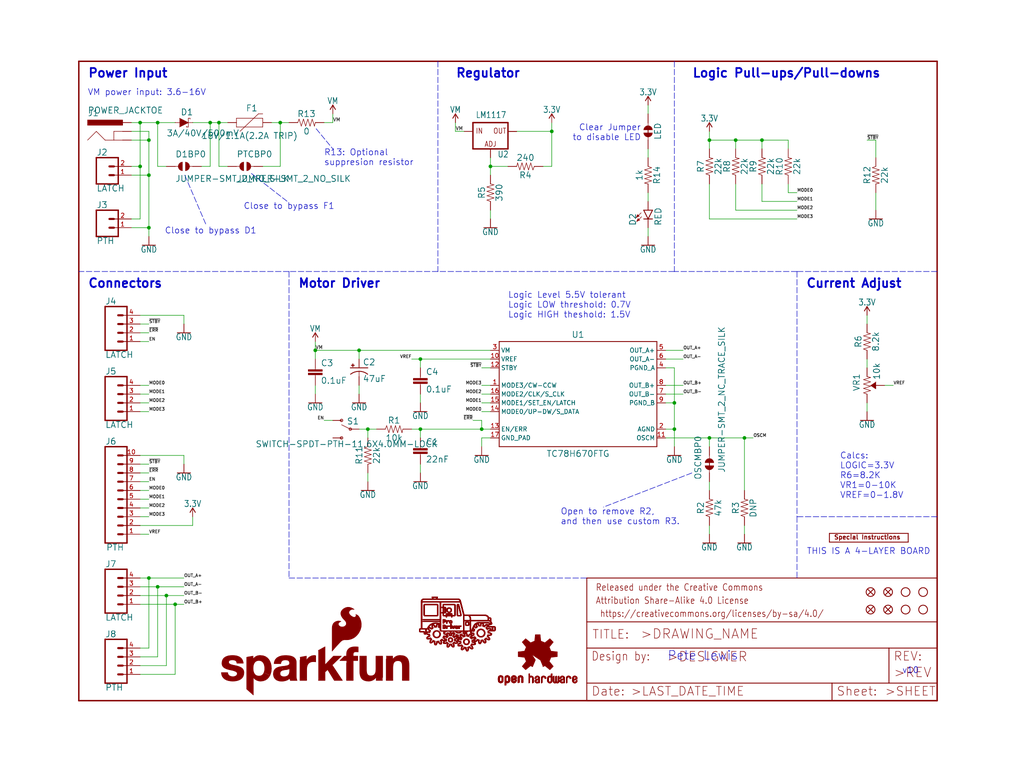
<source format=kicad_sch>
(kicad_sch (version 20211123) (generator eeschema)
  (paper "User" 297.002 223.926)
  (lib_symbols
    (symbol "schematicEagle-eagle-import:0.1UF-0603-25V-(+80{slash}-20%)"
      (property "Reference" "C" (at 1.524 2.921 0))
      (property "Value" "0.1UF-0603-25V-(+80{slash}-20%)" (at 1.524 -2.159 0))
      (symbol "0.1UF-0603-25V-(+80{slash}-20%)_1_0"
        (pin passive line (at 0 5.08 270) (length 2.54) (name "1") (number "1"))
        (pin passive line (at 0 -2.54 90) (length 2.54) (name "2") (number "2"))
      )
    )
    (symbol "schematicEagle-eagle-import:0OHM-0603-1{slash}10W-5%"
      (property "Reference" "R" (at 0 1.524 0))
      (property "Value" "0OHM-0603-1{slash}10W-5%" (at 0 -1.524 0))
      (symbol "0OHM-0603-1{slash}10W-5%_1_0"
        (pin passive line (at -5.08 0 0) (length 2.54) (name "1") (number "1"))
        (pin passive line (at 5.08 0 180) (length 2.54) (name "2") (number "2"))
      )
    )
    (symbol "schematicEagle-eagle-import:10KOHM-0603-1{slash}10W-1%"
      (property "Reference" "R" (at 0 1.524 0))
      (property "Value" "10KOHM-0603-1{slash}10W-1%" (at 0 -1.524 0))
      (symbol "10KOHM-0603-1{slash}10W-1%_1_0"
        (pin passive line (at -5.08 0 0) (length 2.54) (name "1") (number "1"))
        (pin passive line (at 5.08 0 180) (length 2.54) (name "2") (number "2"))
      )
    )
    (symbol "schematicEagle-eagle-import:1KOHM-0603-1{slash}10W-1%"
      (property "Reference" "R" (at 0 1.524 0))
      (property "Value" "1KOHM-0603-1{slash}10W-1%" (at 0 -1.524 0))
      (symbol "1KOHM-0603-1{slash}10W-1%_1_0"
        (pin passive line (at -5.08 0 0) (length 2.54) (name "1") (number "1"))
        (pin passive line (at 5.08 0 180) (length 2.54) (name "2") (number "2"))
      )
    )
    (symbol "schematicEagle-eagle-import:22KOHM-0603-1{slash}10W-1%"
      (property "Reference" "R" (at 0 1.524 0))
      (property "Value" "22KOHM-0603-1{slash}10W-1%" (at 0 -1.524 0))
      (symbol "22KOHM-0603-1{slash}10W-1%_1_0"
        (pin passive line (at -5.08 0 0) (length 2.54) (name "1") (number "1"))
        (pin passive line (at 5.08 0 180) (length 2.54) (name "2") (number "2"))
      )
    )
    (symbol "schematicEagle-eagle-import:22NF{slash}22,000PF-0603-50V-10%"
      (property "Reference" "C" (at 1.524 2.921 0))
      (property "Value" "22NF{slash}22,000PF-0603-50V-10%" (at 1.524 -2.159 0))
      (symbol "22NF{slash}22,000PF-0603-50V-10%_1_0"
        (pin passive line (at 0 5.08 270) (length 2.54) (name "1") (number "1"))
        (pin passive line (at 0 -2.54 90) (length 2.54) (name "2") (number "2"))
      )
    )
    (symbol "schematicEagle-eagle-import:240OHM-0603-1{slash}10W-1%"
      (property "Reference" "R" (at 0 1.524 0))
      (property "Value" "240OHM-0603-1{slash}10W-1%" (at 0 -1.524 0))
      (symbol "240OHM-0603-1{slash}10W-1%_1_0"
        (pin passive line (at -5.08 0 0) (length 2.54) (name "1") (number "1"))
        (pin passive line (at 5.08 0 180) (length 2.54) (name "2") (number "2"))
      )
    )
    (symbol "schematicEagle-eagle-import:3.3V" (power)
      (property "Value" "3.3V" (at 0 2.794 0))
      (symbol "3.3V_1_0"
        (pin power_in line (at 0 0 90) (length 2.54) (name "3.3V") (number "1"))
      )
    )
    (symbol "schematicEagle-eagle-import:390OHM-0603-1{slash}10W-1%"
      (property "Reference" "R" (at 0 1.524 0))
      (property "Value" "390OHM-0603-1{slash}10W-1%" (at 0 -1.524 0))
      (symbol "390OHM-0603-1{slash}10W-1%_1_0"
        (pin passive line (at -5.08 0 0) (length 2.54) (name "1") (number "1"))
        (pin passive line (at 5.08 0 180) (length 2.54) (name "2") (number "2"))
      )
    )
    (symbol "schematicEagle-eagle-import:47KOHM-0603-1{slash}10W-1%"
      (property "Reference" "R" (at 0 1.524 0))
      (property "Value" "47KOHM-0603-1{slash}10W-1%" (at 0 -1.524 0))
      (symbol "47KOHM-0603-1{slash}10W-1%_1_0"
        (pin passive line (at -5.08 0 0) (length 2.54) (name "1") (number "1"))
        (pin passive line (at 5.08 0 180) (length 2.54) (name "2") (number "2"))
      )
    )
    (symbol "schematicEagle-eagle-import:47UF-POLAR-PANASONIC_D-35V-20%"
      (property "Reference" "C" (at 1.016 0.635 0))
      (property "Value" "47UF-POLAR-PANASONIC_D-35V-20%" (at 1.016 -4.191 0))
      (symbol "47UF-POLAR-PANASONIC_D-35V-20%_1_0"
        (pin passive line (at 0 2.54 270) (length 2.54) (name "+") (number "+"))
        (pin passive line (at 0 -5.08 90) (length 2.54) (name "-") (number "-"))
      )
    )
    (symbol "schematicEagle-eagle-import:8.2KOHM-0603-1{slash}10W-5%"
      (property "Reference" "R" (at 0 1.524 0))
      (property "Value" "8.2KOHM-0603-1{slash}10W-5%" (at 0 -1.524 0))
      (symbol "8.2KOHM-0603-1{slash}10W-5%_1_0"
        (pin passive line (at -5.08 0 0) (length 2.54) (name "1") (number "1"))
        (pin passive line (at 5.08 0 180) (length 2.54) (name "2") (number "2"))
      )
    )
    (symbol "schematicEagle-eagle-import:CONN_021X02_NO_SILK"
      (property "Reference" "J" (at -2.54 5.588 0))
      (property "Value" "CONN_021X02_NO_SILK" (at -2.54 -4.826 0))
      (symbol "CONN_021X02_NO_SILK_1_0"
        (pin passive line (at 7.62 0 180) (length 5.08) (name "1") (number "1"))
        (pin passive line (at 7.62 2.54 180) (length 5.08) (name "2") (number "2"))
      )
    )
    (symbol "schematicEagle-eagle-import:CONN_02LATCH_2"
      (property "Reference" "J" (at -2.54 5.588 0))
      (property "Value" "CONN_02LATCH_2" (at -2.54 -4.826 0))
      (symbol "CONN_02LATCH_2_1_0"
        (pin passive line (at 7.62 0 180) (length 5.08) (name "1") (number "1"))
        (pin passive line (at 7.62 2.54 180) (length 5.08) (name "2") (number "2"))
      )
    )
    (symbol "schematicEagle-eagle-import:CONN_041X04_NO_SILK"
      (property "Reference" "J" (at -5.08 8.128 0))
      (property "Value" "CONN_041X04_NO_SILK" (at -5.08 -7.366 0))
      (symbol "CONN_041X04_NO_SILK_1_0"
        (pin passive line (at 5.08 -2.54 180) (length 5.08) (name "1") (number "1"))
        (pin passive line (at 5.08 0 180) (length 5.08) (name "2") (number "2"))
        (pin passive line (at 5.08 2.54 180) (length 5.08) (name "3") (number "3"))
        (pin passive line (at 5.08 5.08 180) (length 5.08) (name "4") (number "4"))
      )
    )
    (symbol "schematicEagle-eagle-import:CONN_04LATCH"
      (property "Reference" "J" (at -5.08 8.128 0))
      (property "Value" "CONN_04LATCH" (at -5.08 -7.366 0))
      (symbol "CONN_04LATCH_1_0"
        (pin passive line (at 5.08 -2.54 180) (length 5.08) (name "1") (number "1"))
        (pin passive line (at 5.08 0 180) (length 5.08) (name "2") (number "2"))
        (pin passive line (at 5.08 2.54 180) (length 5.08) (name "3") (number "3"))
        (pin passive line (at 5.08 5.08 180) (length 5.08) (name "4") (number "4"))
      )
    )
    (symbol "schematicEagle-eagle-import:CONN_10NO_SILK_PTH_FEMALE"
      (property "Reference" "J" (at 0 8.128 0))
      (property "Value" "CONN_10NO_SILK_PTH_FEMALE" (at 0 -22.606 0))
      (symbol "CONN_10NO_SILK_PTH_FEMALE_1_0"
        (pin passive line (at 10.16 -17.78 180) (length 5.08) (name "1") (number "1"))
        (pin passive line (at 10.16 5.08 180) (length 5.08) (name "10") (number "10"))
        (pin passive line (at 10.16 -15.24 180) (length 5.08) (name "2") (number "2"))
        (pin passive line (at 10.16 -12.7 180) (length 5.08) (name "3") (number "3"))
        (pin passive line (at 10.16 -10.16 180) (length 5.08) (name "4") (number "4"))
        (pin passive line (at 10.16 -7.62 180) (length 5.08) (name "5") (number "5"))
        (pin passive line (at 10.16 -5.08 180) (length 5.08) (name "6") (number "6"))
        (pin passive line (at 10.16 -2.54 180) (length 5.08) (name "7") (number "7"))
        (pin passive line (at 10.16 0 180) (length 5.08) (name "8") (number "8"))
        (pin passive line (at 10.16 2.54 180) (length 5.08) (name "9") (number "9"))
      )
    )
    (symbol "schematicEagle-eagle-import:DIODE-SCHOTTKY-B340A"
      (property "Reference" "D" (at -2.54 2.032 0))
      (property "Value" "DIODE-SCHOTTKY-B340A" (at -2.54 -2.032 0))
      (symbol "DIODE-SCHOTTKY-B340A_1_0"
        (pin passive line (at -2.54 0 0) (length 0) (name "A") (number "A"))
        (pin passive line (at 2.54 0 180) (length 0) (name "C") (number "C"))
      )
    )
    (symbol "schematicEagle-eagle-import:FIDUCIAL1X2")
    (symbol "schematicEagle-eagle-import:FRAME-LETTER"
      (symbol "FRAME-LETTER_2_0"
        (text " https://creativecommons.org/licenses/by-sa/4.0/" (at 2.54 24.13 0) (effects (font (size 1.9304 1.6408)) (justify left bottom)))
        (text ">DESIGNER" (at 23.114 11.176 0) (effects (font (size 2.7432 2.7432)) (justify left bottom)))
        (text ">DRAWING_NAME" (at 15.494 17.78 0) (effects (font (size 2.7432 2.7432)) (justify left bottom)))
        (text ">LAST_DATE_TIME" (at 12.7 1.27 0) (effects (font (size 2.54 2.54)) (justify left bottom)))
        (text ">REV" (at 88.9 6.604 0) (effects (font (size 2.7432 2.7432)) (justify left bottom)))
        (text ">SHEET" (at 86.36 1.27 0) (effects (font (size 2.54 2.54)) (justify left bottom)))
        (text "Attribution Share-Alike 4.0 License" (at 2.54 27.94 0) (effects (font (size 1.9304 1.6408)) (justify left bottom)))
        (text "Date:" (at 1.27 1.27 0) (effects (font (size 2.54 2.54)) (justify left bottom)))
        (text "Design by:" (at 1.27 11.43 0) (effects (font (size 2.54 2.159)) (justify left bottom)))
        (text "Released under the Creative Commons" (at 2.54 31.75 0) (effects (font (size 1.9304 1.6408)) (justify left bottom)))
        (text "REV:" (at 88.9 11.43 0) (effects (font (size 2.54 2.54)) (justify left bottom)))
        (text "Sheet:" (at 72.39 1.27 0) (effects (font (size 2.54 2.54)) (justify left bottom)))
        (text "TITLE:" (at 1.524 17.78 0) (effects (font (size 2.54 2.54)) (justify left bottom)))
      )
    )
    (symbol "schematicEagle-eagle-import:GND" (power)
      (property "Value" "GND" (at 0 -0.254 0))
      (symbol "GND_1_0"
        (pin power_in line (at 0 2.54 270) (length 2.54) (name "GND") (number "1"))
      )
    )
    (symbol "schematicEagle-eagle-import:JUMPER-SMT_2_NC_TRACE_SILK"
      (property "Reference" "JP" (at -2.54 2.54 0))
      (property "Value" "JUMPER-SMT_2_NC_TRACE_SILK" (at -2.54 -2.54 0))
      (symbol "JUMPER-SMT_2_NC_TRACE_SILK_1_0"
        (pin passive line (at -5.08 0 0) (length 2.54) (name "1") (number "1"))
        (pin passive line (at 5.08 0 180) (length 2.54) (name "2") (number "2"))
      )
    )
    (symbol "schematicEagle-eagle-import:JUMPER-SMT_2_NO_SILK"
      (property "Reference" "JP" (at -2.54 2.54 0))
      (property "Value" "JUMPER-SMT_2_NO_SILK" (at -2.54 -2.54 0))
      (symbol "JUMPER-SMT_2_NO_SILK_1_0"
        (pin passive line (at -5.08 0 0) (length 2.54) (name "1") (number "1"))
        (pin passive line (at 5.08 0 180) (length 2.54) (name "2") (number "2"))
      )
    )
    (symbol "schematicEagle-eagle-import:LED-RED0603"
      (property "Reference" "D" (at -3.429 -4.572 90))
      (property "Value" "LED-RED0603" (at 1.905 -4.572 90))
      (symbol "LED-RED0603_1_0"
        (pin passive line (at 0 2.54 270) (length 2.54) (name "A") (number "A"))
        (pin passive line (at 0 -5.08 90) (length 2.54) (name "C") (number "C"))
      )
    )
    (symbol "schematicEagle-eagle-import:OSHW-LOGOS")
    (symbol "schematicEagle-eagle-import:POWER_JACKTOE"
      (property "Reference" "J" (at -10.16 0 0))
      (property "Value" "POWER_JACKTOE" (at -10.16 10.16 0))
      (symbol "POWER_JACKTOE_1_0"
        (pin bidirectional line (at 2.54 5.08 180) (length 2.54) (name "GNDBREAK") (number "GND"))
        (pin bidirectional line (at 2.54 2.54 180) (length 2.54) (name "GND") (number "P$4"))
        (pin bidirectional line (at 2.54 7.62 180) (length 2.54) (name "PWR") (number "VIN0"))
      )
    )
    (symbol "schematicEagle-eagle-import:PPTC_16V_1.1A_(2.2ATRIP)"
      (property "Reference" "F" (at 1.905 3.175 0))
      (property "Value" "PPTC_16V_1.1A_(2.2ATRIP)" (at 1.27 -2.794 0))
      (symbol "PPTC_16V_1.1A_(2.2ATRIP)_1_0"
        (pin bidirectional line (at -5.08 0 0) (length 2.54) (name "1") (number "1"))
        (pin bidirectional line (at 7.62 0 180) (length 2.54) (name "2") (number "2"))
      )
    )
    (symbol "schematicEagle-eagle-import:PRODRIVER_LOGO")
    (symbol "schematicEagle-eagle-import:RESISTORAXIAL-0.3"
      (property "Reference" "R" (at 0 1.524 0))
      (property "Value" "RESISTORAXIAL-0.3" (at 0 -1.524 0))
      (symbol "RESISTORAXIAL-0.3_1_0"
        (pin passive line (at -5.08 0 0) (length 2.54) (name "1") (number "P$1"))
        (pin passive line (at 5.08 0 180) (length 2.54) (name "2") (number "P$2"))
      )
    )
    (symbol "schematicEagle-eagle-import:SFE_LOGO_NAME_FLAME.1_INCH")
    (symbol "schematicEagle-eagle-import:SPECIAL_INSTRUCTIONS-ORDERING"
      (symbol "SPECIAL_INSTRUCTIONS-ORDERING_1_0"
        (text "Special Instructions" (at 1.27 0.6985 0) (effects (font (size 1.27 1.27) (thickness 0.254) bold) (justify left bottom)))
      )
    )
    (symbol "schematicEagle-eagle-import:STAND-OFF")
    (symbol "schematicEagle-eagle-import:SWITCH-SPDT-PTH-11.6X4.0MM-LOCK"
      (property "Reference" "S" (at 1.27 3.048 0))
      (property "Value" "SWITCH-SPDT-PTH-11.6X4.0MM-LOCK" (at 1.016 -3.302 0))
      (symbol "SWITCH-SPDT-PTH-11.6X4.0MM-LOCK_1_0"
        (pin passive line (at 5.08 2.54 180) (length 2.54) (name "O") (number "1"))
        (pin passive line (at -2.54 0 0) (length 2.54) (name "P") (number "2"))
        (pin passive line (at 5.08 -2.54 180) (length 2.54) (name "S") (number "3"))
      )
    )
    (symbol "schematicEagle-eagle-import:TC78H670FTG"
      (property "Value" "TC78H670FTG" (at 0 -18.796 0))
      (symbol "TC78H670FTG_1_0"
        (pin bidirectional line (at -25.4 0 0) (length 2.54) (name "MODE3/CW-CCW") (number "1"))
        (pin bidirectional line (at -25.4 7.62 0) (length 2.54) (name "VREF") (number "10"))
        (pin bidirectional line (at 25.4 -15.24 180) (length 2.54) (name "OSCM") (number "11"))
        (pin bidirectional line (at -25.4 5.08 0) (length 2.54) (name "STBY") (number "12"))
        (pin bidirectional line (at -25.4 -12.7 0) (length 2.54) (name "EN/ERR") (number "13"))
        (pin bidirectional line (at -25.4 -7.62 0) (length 2.54) (name "MODE0/UP-DW/S_DATA") (number "14"))
        (pin bidirectional line (at -25.4 -5.08 0) (length 2.54) (name "MODE1/SET_EN/LATCH") (number "15"))
        (pin bidirectional line (at -25.4 -2.54 0) (length 2.54) (name "MODE2/CLK/S_CLK") (number "16"))
        (pin bidirectional line (at -25.4 -15.24 0) (length 2.54) (name "GND_PAD") (number "17"))
        (pin bidirectional line (at 25.4 -12.7 180) (length 2.54) (name "AGND") (number "2"))
        (pin bidirectional line (at -25.4 10.16 0) (length 2.54) (name "VM") (number "3"))
        (pin bidirectional line (at 25.4 5.08 180) (length 2.54) (name "PGND_A") (number "4"))
        (pin bidirectional line (at 25.4 10.16 180) (length 2.54) (name "OUT_A+") (number "5"))
        (pin bidirectional line (at 25.4 7.62 180) (length 2.54) (name "OUT_A-") (number "6"))
        (pin bidirectional line (at 25.4 -2.54 180) (length 2.54) (name "OUT_B-") (number "7"))
        (pin bidirectional line (at 25.4 0 180) (length 2.54) (name "OUT_B+") (number "8"))
        (pin bidirectional line (at 25.4 -5.08 180) (length 2.54) (name "PGND_B") (number "9"))
      )
    )
    (symbol "schematicEagle-eagle-import:TRIMPOT-SMD-3MM-CLOSED-1{slash}8W-20%"
      (property "Reference" "VR" (at -1.524 2.54 90))
      (property "Value" "TRIMPOT-SMD-3MM-CLOSED-1{slash}8W-20%" (at 1.524 2.54 90))
      (symbol "TRIMPOT-SMD-3MM-CLOSED-1{slash}8W-20%_1_0"
        (pin passive line (at 0 5.08 270) (length 2.54) (name "CCW") (number "1"))
        (pin passive line (at 5.08 0 180) (length 2.54) (name "WIPER") (number "2"))
        (pin passive line (at 0 -5.08 90) (length 2.54) (name "CW") (number "3"))
      )
    )
    (symbol "schematicEagle-eagle-import:VCC" (power)
      (property "Value" "VCC" (at 0 2.794 0))
      (symbol "VCC_1_0"
        (pin power_in line (at 0 0 90) (length 2.54) (name "VCC") (number "1"))
      )
    )
    (symbol "schematicEagle-eagle-import:V_REG_LM1117SOT223"
      (property "Reference" "U" (at 2.54 -7.62 0))
      (property "Value" "V_REG_LM1117SOT223" (at 2.54 -10.16 0))
      (symbol "V_REG_LM1117SOT223_1_0"
        (text "ADJ" (at -1.778 -4.572 0) (effects (font (size 1.524 1.2954)) (justify left bottom)))
        (text "IN" (at -4.318 -0.762 0) (effects (font (size 1.524 1.2954)) (justify left bottom)))
        (text "OUT" (at 0.762 -0.762 0) (effects (font (size 1.524 1.2954)) (justify left bottom)))
        (pin input line (at 0 -7.62 90) (length 2.54) (name "ADJ") (number "1"))
        (pin output line (at 7.62 0 180) (length 2.54) (name "OUT") (number "2"))
        (pin input line (at -7.62 0 0) (length 2.54) (name "IN") (number "3"))
        (pin output line (at 7.62 0 180) (length 2.54) (name "OUT") (number "4"))
      )
    )
  )
  (junction (at 81.28 35.56))
  (junction (at 195.58 116.84))
  (junction (at 142.24 48.26))
  (junction (at 48.26 172.72))
  (junction (at 43.18 50.8))
  (junction (at 213.36 40.64))
  (junction (at 121.92 104.14))
  (junction (at 91.44 101.6))
  (junction (at 50.8 175.26))
  (junction (at 43.18 167.64))
  (junction (at 43.18 66.04))
  (junction (at 104.14 101.6))
  (junction (at 220.98 40.64))
  (junction (at 106.68 124.46))
  (junction (at 139.7 124.46))
  (junction (at 215.9 127))
  (junction (at 121.92 124.46))
  (junction (at 43.18 40.64))
  (junction (at 60.96 35.56))
  (junction (at 40.64 35.56))
  (junction (at 63.5 35.56))
  (junction (at 45.72 170.18))
  (junction (at 195.58 124.46))
  (junction (at 205.74 40.64))
  (junction (at 40.64 48.26))
  (junction (at 205.74 127))
  (junction (at 45.72 35.56))
  (junction (at 160.02 38.1))
  (wire (pts (xy 43.18 167.64) (xy 43.18 187.96)))
  (wire (pts (xy 40.64 175.26) (xy 50.8 175.26)))
  (wire (pts (xy 60.96 48.26) (xy 60.96 35.56)))
  (wire (pts (xy 63.5 35.56) (xy 66.04 35.56)))
  (polyline (pts (xy 271.78 149.86) (xy 231.14 149.86)))
  (wire (pts (xy 91.44 114.3) (xy 91.44 111.76)))
  (polyline (pts (xy 83.82 78.74) (xy 22.86 78.74)))
  (wire (pts (xy 205.74 127) (xy 215.9 127)))
  (wire (pts (xy 40.64 167.64) (xy 43.18 167.64)))
  (wire (pts (xy 40.64 190.5) (xy 45.72 190.5)))
  (wire (pts (xy 251.46 93.98) (xy 251.46 91.44)))
  (wire (pts (xy 53.34 93.98) (xy 53.34 91.44)))
  (wire (pts (xy 96.52 35.56) (xy 96.52 33.02)))
  (wire (pts (xy 104.14 104.14) (xy 104.14 101.6)))
  (wire (pts (xy 63.5 48.26) (xy 66.04 48.26)))
  (wire (pts (xy 96.52 121.92) (xy 93.98 121.92)))
  (wire (pts (xy 106.68 124.46) (xy 104.14 124.46)))
  (wire (pts (xy 251.46 106.68) (xy 251.46 104.14)))
  (wire (pts (xy 43.18 144.78) (xy 40.64 144.78)))
  (wire (pts (xy 142.24 101.6) (xy 104.14 101.6)))
  (wire (pts (xy 43.18 50.8) (xy 38.1 50.8)))
  (wire (pts (xy 40.64 35.56) (xy 38.1 35.56)))
  (wire (pts (xy 193.04 127) (xy 205.74 127)))
  (wire (pts (xy 195.58 124.46) (xy 195.58 129.54)))
  (wire (pts (xy 55.88 152.4) (xy 55.88 149.86)))
  (polyline (pts (xy 83.82 167.64) (xy 170.18 167.64)))
  (wire (pts (xy 205.74 43.18) (xy 205.74 40.64)))
  (wire (pts (xy 139.7 127) (xy 139.7 129.54)))
  (wire (pts (xy 215.9 127) (xy 218.44 127)))
  (wire (pts (xy 205.74 152.4) (xy 205.74 154.94)))
  (wire (pts (xy 142.24 48.26) (xy 142.24 45.72)))
  (wire (pts (xy 106.68 139.7) (xy 106.68 137.16)))
  (polyline (pts (xy 231.14 149.86) (xy 231.14 167.64)))
  (wire (pts (xy 142.24 63.5) (xy 142.24 60.96)))
  (wire (pts (xy 142.24 124.46) (xy 139.7 124.46)))
  (wire (pts (xy 228.6 40.64) (xy 220.98 40.64)))
  (polyline (pts (xy 195.58 78.74) (xy 127 78.74)))
  (wire (pts (xy 43.18 38.1) (xy 38.1 38.1)))
  (wire (pts (xy 40.64 134.62) (xy 43.18 134.62)))
  (wire (pts (xy 139.7 124.46) (xy 121.92 124.46)))
  (wire (pts (xy 187.96 66.04) (xy 187.96 68.58)))
  (wire (pts (xy 43.18 68.58) (xy 43.18 66.04)))
  (wire (pts (xy 43.18 40.64) (xy 43.18 38.1)))
  (wire (pts (xy 254 40.64) (xy 254 45.72)))
  (wire (pts (xy 193.04 106.68) (xy 195.58 106.68)))
  (wire (pts (xy 48.26 172.72) (xy 53.34 172.72)))
  (wire (pts (xy 228.6 43.18) (xy 228.6 40.64)))
  (polyline (pts (xy 127 78.74) (xy 83.82 78.74)))
  (wire (pts (xy 40.64 99.06) (xy 43.18 99.06)))
  (wire (pts (xy 228.6 55.88) (xy 228.6 53.34)))
  (wire (pts (xy 83.82 35.56) (xy 81.28 35.56)))
  (wire (pts (xy 142.24 104.14) (xy 121.92 104.14)))
  (polyline (pts (xy 72.898 50.292) (xy 83.312 58.42)))
  (polyline (pts (xy 231.14 78.74) (xy 195.58 78.74)))
  (wire (pts (xy 40.64 172.72) (xy 48.26 172.72)))
  (wire (pts (xy 40.64 187.96) (xy 43.18 187.96)))
  (wire (pts (xy 160.02 38.1) (xy 160.02 35.56)))
  (wire (pts (xy 104.14 101.6) (xy 91.44 101.6)))
  (wire (pts (xy 187.96 43.18) (xy 187.96 45.72)))
  (wire (pts (xy 139.7 121.92) (xy 137.16 121.92)))
  (wire (pts (xy 157.48 48.26) (xy 160.02 48.26)))
  (wire (pts (xy 215.9 142.24) (xy 215.9 127)))
  (wire (pts (xy 40.64 116.84) (xy 43.18 116.84)))
  (wire (pts (xy 45.72 170.18) (xy 45.72 190.5)))
  (wire (pts (xy 40.64 63.5) (xy 40.64 48.26)))
  (wire (pts (xy 254 40.64) (xy 251.46 40.64)))
  (wire (pts (xy 187.96 55.88) (xy 187.96 58.42)))
  (wire (pts (xy 213.36 40.64) (xy 205.74 40.64)))
  (wire (pts (xy 142.24 114.3) (xy 139.7 114.3)))
  (wire (pts (xy 220.98 43.18) (xy 220.98 40.64)))
  (wire (pts (xy 160.02 38.1) (xy 149.86 38.1)))
  (wire (pts (xy 43.18 149.86) (xy 40.64 149.86)))
  (wire (pts (xy 40.64 170.18) (xy 45.72 170.18)))
  (wire (pts (xy 254 60.96) (xy 254 55.88)))
  (wire (pts (xy 50.8 175.26) (xy 50.8 195.58)))
  (wire (pts (xy 38.1 63.5) (xy 40.64 63.5)))
  (wire (pts (xy 205.74 142.24) (xy 205.74 139.7)))
  (wire (pts (xy 193.04 114.3) (xy 198.12 114.3)))
  (wire (pts (xy 220.98 58.42) (xy 220.98 53.34)))
  (wire (pts (xy 160.02 48.26) (xy 160.02 38.1)))
  (wire (pts (xy 231.14 60.96) (xy 213.36 60.96)))
  (polyline (pts (xy 200.66 137.16) (xy 175.006 147.066)))
  (wire (pts (xy 193.04 111.76) (xy 198.12 111.76)))
  (wire (pts (xy 205.74 129.54) (xy 205.74 127)))
  (wire (pts (xy 213.36 43.18) (xy 213.36 40.64)))
  (polyline (pts (xy 127 17.78) (xy 127 78.74)))
  (wire (pts (xy 40.64 111.76) (xy 43.18 111.76)))
  (polyline (pts (xy 91.694 37.338) (xy 96.52 43.18)))
  (polyline (pts (xy 83.82 78.74) (xy 83.82 167.64)))
  (wire (pts (xy 231.14 58.42) (xy 220.98 58.42)))
  (wire (pts (xy 132.08 38.1) (xy 132.08 35.56)))
  (wire (pts (xy 142.24 50.8) (xy 142.24 48.26)))
  (wire (pts (xy 40.64 132.08) (xy 53.34 132.08)))
  (wire (pts (xy 40.64 154.94) (xy 43.18 154.94)))
  (wire (pts (xy 195.58 116.84) (xy 195.58 124.46)))
  (wire (pts (xy 142.24 106.68) (xy 139.7 106.68)))
  (wire (pts (xy 40.64 48.26) (xy 40.64 35.56)))
  (wire (pts (xy 48.26 48.26) (xy 45.72 48.26)))
  (wire (pts (xy 106.68 127) (xy 106.68 124.46)))
  (wire (pts (xy 81.28 48.26) (xy 76.2 48.26)))
  (wire (pts (xy 55.88 35.56) (xy 60.96 35.56)))
  (wire (pts (xy 58.42 48.26) (xy 60.96 48.26)))
  (wire (pts (xy 40.64 119.38) (xy 43.18 119.38)))
  (wire (pts (xy 40.64 96.52) (xy 43.18 96.52)))
  (wire (pts (xy 142.24 116.84) (xy 139.7 116.84)))
  (wire (pts (xy 142.24 119.38) (xy 139.7 119.38)))
  (wire (pts (xy 121.92 137.16) (xy 121.92 134.62)))
  (wire (pts (xy 43.18 50.8) (xy 43.18 40.64)))
  (wire (pts (xy 193.04 101.6) (xy 198.12 101.6)))
  (wire (pts (xy 109.22 124.46) (xy 106.68 124.46)))
  (wire (pts (xy 121.92 127) (xy 121.92 124.46)))
  (wire (pts (xy 53.34 134.62) (xy 53.34 132.08)))
  (polyline (pts (xy 271.78 78.74) (xy 231.14 78.74)))
  (wire (pts (xy 43.18 40.64) (xy 38.1 40.64)))
  (wire (pts (xy 40.64 139.7) (xy 43.18 139.7)))
  (wire (pts (xy 256.54 111.76) (xy 259.08 111.76)))
  (wire (pts (xy 78.74 35.56) (xy 81.28 35.56)))
  (wire (pts (xy 40.64 91.44) (xy 53.34 91.44)))
  (wire (pts (xy 220.98 40.64) (xy 213.36 40.64)))
  (wire (pts (xy 48.26 172.72) (xy 48.26 193.04)))
  (wire (pts (xy 147.32 48.26) (xy 142.24 48.26)))
  (wire (pts (xy 251.46 119.38) (xy 251.46 116.84)))
  (wire (pts (xy 43.18 167.64) (xy 53.34 167.64)))
  (wire (pts (xy 193.04 116.84) (xy 195.58 116.84)))
  (wire (pts (xy 121.92 124.46) (xy 119.38 124.46)))
  (wire (pts (xy 96.52 35.56) (xy 93.98 35.56)))
  (wire (pts (xy 213.36 60.96) (xy 213.36 53.34)))
  (wire (pts (xy 45.72 170.18) (xy 53.34 170.18)))
  (wire (pts (xy 205.74 40.64) (xy 205.74 38.1)))
  (wire (pts (xy 45.72 35.56) (xy 50.8 35.56)))
  (wire (pts (xy 43.18 66.04) (xy 38.1 66.04)))
  (wire (pts (xy 40.64 48.26) (xy 38.1 48.26)))
  (wire (pts (xy 43.18 66.04) (xy 43.18 50.8)))
  (wire (pts (xy 60.96 35.56) (xy 63.5 35.56)))
  (wire (pts (xy 139.7 124.46) (xy 139.7 121.92)))
  (wire (pts (xy 121.92 116.84) (xy 121.92 114.3)))
  (wire (pts (xy 142.24 127) (xy 139.7 127)))
  (wire (pts (xy 193.04 124.46) (xy 195.58 124.46)))
  (wire (pts (xy 193.04 104.14) (xy 198.12 104.14)))
  (wire (pts (xy 231.14 63.5) (xy 205.74 63.5)))
  (wire (pts (xy 91.44 101.6) (xy 91.44 99.06)))
  (wire (pts (xy 43.18 147.32) (xy 40.64 147.32)))
  (wire (pts (xy 187.96 30.48) (xy 187.96 33.02)))
  (wire (pts (xy 63.5 35.56) (xy 63.5 48.26)))
  (wire (pts (xy 205.74 63.5) (xy 205.74 53.34)))
  (wire (pts (xy 215.9 154.94) (xy 215.9 152.4)))
  (wire (pts (xy 195.58 106.68) (xy 195.58 116.84)))
  (wire (pts (xy 40.64 114.3) (xy 43.18 114.3)))
  (wire (pts (xy 40.64 93.98) (xy 43.18 93.98)))
  (wire (pts (xy 121.92 106.68) (xy 121.92 104.14)))
  (polyline (pts (xy 231.14 78.74) (xy 231.14 149.86)))
  (wire (pts (xy 40.64 193.04) (xy 48.26 193.04)))
  (wire (pts (xy 134.62 38.1) (xy 132.08 38.1)))
  (wire (pts (xy 142.24 111.76) (xy 139.7 111.76)))
  (wire (pts (xy 40.64 137.16) (xy 43.18 137.16)))
  (wire (pts (xy 45.72 48.26) (xy 45.72 35.56)))
  (wire (pts (xy 81.28 35.56) (xy 81.28 48.26)))
  (wire (pts (xy 40.64 195.58) (xy 50.8 195.58)))
  (polyline (pts (xy 53.594 50.8) (xy 59.69 65.024)))
  (wire (pts (xy 43.18 142.24) (xy 40.64 142.24)))
  (wire (pts (xy 40.64 35.56) (xy 45.72 35.56)))
  (polyline (pts (xy 195.58 17.78) (xy 195.58 78.74)))
  (wire (pts (xy 50.8 175.26) (xy 53.34 175.26)))
  (wire (pts (xy 231.14 55.88) (xy 228.6 55.88)))
  (wire (pts (xy 55.88 152.4) (xy 40.64 152.4)))
  (wire (pts (xy 104.14 114.3) (xy 104.14 111.76)))
  (wire (pts (xy 121.92 104.14) (xy 119.38 104.14)))
  (wire (pts (xy 91.44 104.14) (xy 91.44 101.6)))
  (text "THIS IS A 4-LAYER BOARD" (at 233.934 161.036 180) (effects (font (size 1.778 1.778)) (justify left bottom)))
  (text "Calcs:\nLOGIC=3.3V\nR6=8.2K\nVR1=0-10K\nVREF=0-1.8V" (at 243.586 144.78 180) (effects (font (size 1.778 1.778)) (justify left bottom)))
  (text "VM power input: 3.6-16V" (at 25.4 27.94 180) (effects (font (size 1.778 1.778)) (justify left bottom)))
  (text "Open to remove R2,\nand then use custom R3." (at 162.56 152.4 180) (effects (font (size 1.778 1.778)) (justify left bottom)))
  (text "Current Adjust" (at 233.68 83.82 180) (effects (font (size 2.54 2.54) (thickness 0.508) bold) (justify left bottom)))
  (text "Power Input" (at 25.4 22.86 180) (effects (font (size 2.54 2.54) (thickness 0.508) bold) (justify left bottom)))
  (text "Clear Jumper\nto disable LED" (at 185.928 36.068 180) (effects (font (size 1.778 1.778)) (justify right top)))
  (text "v10" (at 261.62 195.58 180) (effects (font (size 1.778 1.778)) (justify left bottom)))
  (text "Close to bypass F1" (at 70.612 60.96 180) (effects (font (size 1.778 1.778)) (justify left bottom)))
  (text "Close to bypass D1" (at 47.752 68.072 180) (effects (font (size 1.778 1.778)) (justify left bottom)))
  (text "Regulator" (at 132.08 22.86 180) (effects (font (size 2.54 2.54) (thickness 0.508) bold) (justify left bottom)))
  (text "Motor Driver" (at 86.36 83.82 180) (effects (font (size 2.54 2.54) (thickness 0.508) bold) (justify left bottom)))
  (text "Pete Lewis" (at 193.548 191.77 180) (effects (font (size 2.54 2.54)) (justify left bottom)))
  (text "R13: Optional\nsuppresion resistor" (at 93.98 48.26 180) (effects (font (size 1.778 1.778)) (justify left bottom)))
  (text "Connectors" (at 25.4 83.82 180) (effects (font (size 2.54 2.54) (thickness 0.508) bold) (justify left bottom)))
  (text "Logic Pull-ups/Pull-downs" (at 200.66 22.86 180) (effects (font (size 2.54 2.54) (thickness 0.508) bold) (justify left bottom)))
  (text "Logic Level 5.5V tolerant\nLogic LOW threshold: 0.7V\nLogic HIGH theshold: 1.5V" (at 147.32 92.456 0) (effects (font (size 1.778 1.778)) (justify left bottom)))
  (label "VREF" (at 259.08 111.76 0) (effects (font (size 0.889 0.889))))
  (label "MODE1" (at 43.18 144.78 0) (effects (font (size 0.889 0.889))))
  (label "OUT_A+" (at 53.34 167.64 0) (effects (font (size 0.889 0.889))))
  (label "~{STBY}" (at 139.7 106.68 180) (effects (font (size 0.889 0.889))))
  (label "MODE2" (at 43.18 147.32 0) (effects (font (size 0.889 0.889))))
  (label "OUT_A+" (at 198.12 101.6 0) (effects (font (size 0.889 0.889))))
  (label "OUT_A-" (at 198.12 104.14 0) (effects (font (size 0.889 0.889))))
  (label "MODE1" (at 139.7 116.84 180) (effects (font (size 0.889 0.889))))
  (label "OUT_B+" (at 53.34 175.26 0) (effects (font (size 0.889 0.889))))
  (label "~{STBY}" (at 43.18 134.62 0) (effects (font (size 0.889 0.889))))
  (label "~{STBY}" (at 43.18 93.98 0) (effects (font (size 0.889 0.889))))
  (label "VREF" (at 119.38 104.14 180) (effects (font (size 0.889 0.889))))
  (label "~{ERR}" (at 43.18 96.52 0) (effects (font (size 0.889 0.889))))
  (label "OUT_B+" (at 198.12 111.76 0) (effects (font (size 0.889 0.889))))
  (label "OUT_B-" (at 53.34 172.72 0) (effects (font (size 0.889 0.889))))
  (label "EN" (at 43.18 139.7 0) (effects (font (size 0.889 0.889))))
  (label "EN" (at 43.18 99.06 0) (effects (font (size 0.889 0.889))))
  (label "~{ERR}" (at 137.16 121.92 180) (effects (font (size 0.889 0.889))))
  (label "MODE2" (at 43.18 116.84 0) (effects (font (size 0.889 0.889))))
  (label "MODE0" (at 139.7 119.38 180) (effects (font (size 0.889 0.889))))
  (label "MODE0" (at 231.14 55.88 0) (effects (font (size 0.889 0.889))))
  (label "EN" (at 93.98 121.92 180) (effects (font (size 0.889 0.889))))
  (label "~{STBY}" (at 251.46 40.64 0) (effects (font (size 0.889 0.889))))
  (label "MODE3" (at 139.7 111.76 180) (effects (font (size 0.889 0.889))))
  (label "MODE0" (at 43.18 111.76 0) (effects (font (size 0.889 0.889))))
  (label "MODE1" (at 231.14 58.42 0) (effects (font (size 0.889 0.889))))
  (label "MODE0" (at 43.18 142.24 0) (effects (font (size 0.889 0.889))))
  (label "MODE3" (at 43.18 119.38 0) (effects (font (size 0.889 0.889))))
  (label "MODE1" (at 43.18 114.3 0) (effects (font (size 0.889 0.889))))
  (label "~{ERR}" (at 43.18 137.16 0) (effects (font (size 0.889 0.889))))
  (label "MODE2" (at 231.14 60.96 0) (effects (font (size 0.889 0.889))))
  (label "OUT_A-" (at 53.34 170.18 0) (effects (font (size 0.889 0.889))))
  (label "OUT_B-" (at 198.12 114.3 0) (effects (font (size 0.889 0.889))))
  (label "MODE3" (at 43.18 149.86 0) (effects (font (size 0.889 0.889))))
  (label "VM" (at 132.08 38.1 0) (effects (font (size 1.016 1.016))))
  (label "MODE3" (at 231.14 63.5 0) (effects (font (size 0.889 0.889))))
  (label "VREF" (at 43.18 154.94 0) (effects (font (size 0.889 0.889))))
  (label "VM" (at 96.52 35.56 0) (effects (font (size 1.016 1.016))))
  (label "VM" (at 91.44 101.6 0) (effects (font (size 1.016 1.016))))
  (label "OSCM" (at 218.44 127 0) (effects (font (size 0.889 0.889))))
  (label "MODE2" (at 139.7 114.3 180) (effects (font (size 0.889 0.889))))
  (symbol (lib_id "schematicEagle-eagle-import:CONN_04LATCH") (at 35.56 172.72 0) (unit 1)
    (property "Reference" "J7" (at 30.48 164.592 0) (effects (font (size 1.778 1.778)) (justify left bottom)))
    (property "Value" "LATCH" (at 30.48 180.086 0) (effects (font (size 1.778 1.778)) (justify left bottom)))
    (property "Footprint" "schematicEagle:LATCHTERMINAL-5MM-4" (effects hide))
  )
  (symbol (lib_id "schematicEagle-eagle-import:DIODE-SCHOTTKY-B340A") (at 53.34 35.56 0) (unit 1)
    (property "Reference" "D1" (at 52.324 33.528 0) (effects (font (size 1.778 1.778)) (justify left bottom)))
    (property "Value" "3A/40V/500mV" (at 48.26 37.592 0) (effects (font (size 1.778 1.778)) (justify left top)))
    (property "Footprint" "schematicEagle:SMA-DIODE" (effects hide))
  )
  (symbol (lib_id "schematicEagle-eagle-import:22KOHM-0603-1{slash}10W-1%") (at 228.6 48.26 90) (unit 1)
    (property "Reference" "R10" (at 227.076 48.26 0) (effects (font (size 1.778 1.778)) (justify bottom)))
    (property "Value" "22k" (at 230.124 48.26 0) (effects (font (size 1.778 1.778)) (justify top)))
    (property "Footprint" "schematicEagle:0603" (effects hide))
  )
  (symbol (lib_id "schematicEagle-eagle-import:GND") (at 254 63.5 0) (mirror y) (unit 1)
    (property "Reference" "#GND16" (effects hide))
    (property "Value" "GND" (at 254 63.754 0) (effects (font (size 1.778 1.5113)) (justify top)))
    (property "Footprint" "schematicEagle:" (effects hide))
  )
  (symbol (lib_id "schematicEagle-eagle-import:GND") (at 43.18 71.12 0) (unit 1)
    (property "Reference" "#GND3" (effects hide))
    (property "Value" "GND" (at 43.18 71.374 0) (effects (font (size 1.778 1.5113)) (justify top)))
    (property "Footprint" "schematicEagle:" (effects hide))
  )
  (symbol (lib_id "schematicEagle-eagle-import:TRIMPOT-SMD-3MM-CLOSED-1{slash}8W-20%") (at 251.46 111.76 0) (unit 1)
    (property "Reference" "VR1" (at 249.428 113.538 90) (effects (font (size 1.778 1.778)) (justify left bottom)))
    (property "Value" "10k" (at 253.238 110.236 90) (effects (font (size 1.778 1.778)) (justify left top)))
    (property "Footprint" "schematicEagle:TRIMPOT-SMD-3MM-CLOSED" (effects hide))
  )
  (symbol (lib_id "schematicEagle-eagle-import:CONN_04LATCH") (at 35.56 96.52 0) (unit 1)
    (property "Reference" "J4" (at 30.48 88.392 0) (effects (font (size 1.778 1.778)) (justify left bottom)))
    (property "Value" "LATCH" (at 30.48 103.886 0) (effects (font (size 1.778 1.778)) (justify left bottom)))
    (property "Footprint" "schematicEagle:LATCHTERMINAL-5MM-4" (effects hide))
  )
  (symbol (lib_id "schematicEagle-eagle-import:22KOHM-0603-1{slash}10W-1%") (at 106.68 132.08 90) (mirror x) (unit 1)
    (property "Reference" "R11" (at 105.156 132.08 0) (effects (font (size 1.778 1.778)) (justify bottom)))
    (property "Value" "22k" (at 108.204 132.08 0) (effects (font (size 1.778 1.778)) (justify top)))
    (property "Footprint" "schematicEagle:0603" (effects hide))
  )
  (symbol (lib_id "schematicEagle-eagle-import:10KOHM-0603-1{slash}10W-1%") (at 114.3 124.46 0) (unit 1)
    (property "Reference" "R1" (at 114.3 122.936 0) (effects (font (size 1.778 1.778)) (justify bottom)))
    (property "Value" "10k" (at 114.3 125.984 0) (effects (font (size 1.778 1.778)) (justify top)))
    (property "Footprint" "schematicEagle:0603" (effects hide))
  )
  (symbol (lib_id "schematicEagle-eagle-import:GND") (at 106.68 142.24 0) (unit 1)
    (property "Reference" "#GND11" (effects hide))
    (property "Value" "GND" (at 106.68 142.494 0) (effects (font (size 1.778 1.5113)) (justify top)))
    (property "Footprint" "schematicEagle:" (effects hide))
  )
  (symbol (lib_id "schematicEagle-eagle-import:390OHM-0603-1{slash}10W-1%") (at 142.24 55.88 90) (unit 1)
    (property "Reference" "R5" (at 140.716 55.88 0) (effects (font (size 1.778 1.778)) (justify bottom)))
    (property "Value" "390" (at 143.764 55.88 0) (effects (font (size 1.778 1.778)) (justify top)))
    (property "Footprint" "schematicEagle:0603" (effects hide))
  )
  (symbol (lib_id "schematicEagle-eagle-import:TC78H670FTG") (at 167.64 111.76 0) (unit 1)
    (property "Reference" "U1" (at 167.64 98.044 0) (effects (font (size 1.778 1.778)) (justify bottom)))
    (property "Value" "TC78H670FTG" (at 167.64 130.556 0) (effects (font (size 1.778 1.778)) (justify top)))
    (property "Footprint" "schematicEagle:P-VQFN16-0303-0.50-001" (effects hide))
  )
  (symbol (lib_id "schematicEagle-eagle-import:OSHW-LOGOS") (at 155.956 189.738 0) (unit 1)
    (property "Reference" "LOGO2" (effects hide))
    (property "Value" "OSHW-LOGOS" (effects hide))
    (property "Footprint" "schematicEagle:OSHW-LOGO-S" (effects hide))
  )
  (symbol (lib_id "schematicEagle-eagle-import:GND") (at 104.14 116.84 0) (unit 1)
    (property "Reference" "#GND8" (effects hide))
    (property "Value" "GND" (at 104.14 117.094 0) (effects (font (size 1.778 1.5113)) (justify top)))
    (property "Footprint" "schematicEagle:" (effects hide))
  )
  (symbol (lib_id "schematicEagle-eagle-import:47UF-POLAR-PANASONIC_D-35V-20%") (at 104.14 106.68 0) (unit 1)
    (property "Reference" "C2" (at 105.156 106.045 0) (effects (font (size 1.778 1.778)) (justify left bottom)))
    (property "Value" "47uF" (at 105.156 110.871 0) (effects (font (size 1.778 1.778)) (justify left bottom)))
    (property "Footprint" "schematicEagle:PANASONIC_D" (effects hide))
  )
  (symbol (lib_id "schematicEagle-eagle-import:3.3V") (at 187.96 30.48 0) (unit 1)
    (property "Reference" "#SUPPLY8" (effects hide))
    (property "Value" "3.3V" (at 187.96 27.686 0) (effects (font (size 1.778 1.5113)) (justify bottom)))
    (property "Footprint" "schematicEagle:" (effects hide))
  )
  (symbol (lib_id "schematicEagle-eagle-import:SFE_LOGO_NAME_FLAME.1_INCH") (at 63.5 201.93 0) (unit 1)
    (property "Reference" "LOGO1" (effects hide))
    (property "Value" "SFE_LOGO_NAME_FLAME.1_INCH" (effects hide))
    (property "Footprint" "schematicEagle:SFE_LOGO_NAME_FLAME_.1" (effects hide))
  )
  (symbol (lib_id "schematicEagle-eagle-import:JUMPER-SMT_2_NC_TRACE_SILK") (at 205.74 134.62 90) (unit 1)
    (property "Reference" "OSCMBP0" (at 203.454 139.192 0) (effects (font (size 1.778 1.778)) (justify left bottom)))
    (property "Value" "JUMPER-SMT_2_NC_TRACE_SILK" (at 208.28 137.16 0) (effects (font (size 1.778 1.778)) (justify left top)))
    (property "Footprint" "schematicEagle:SMT-JUMPER_2_NC_TRACE_SILK" (effects hide))
  )
  (symbol (lib_id "schematicEagle-eagle-import:POWER_JACKTOE") (at 35.56 43.18 0) (unit 1)
    (property "Reference" "J1" (at 25.4 33.782 0) (effects (font (size 1.778 1.778)) (justify left bottom)))
    (property "Value" "POWER_JACKTOE" (at 25.4 33.02 0) (effects (font (size 1.778 1.778)) (justify left bottom)))
    (property "Footprint" "schematicEagle:POWER_JACK_SMD_OVERPASTE_TOE" (effects hide))
  )
  (symbol (lib_id "schematicEagle-eagle-import:CONN_04LATCH") (at 35.56 116.84 0) (unit 1)
    (property "Reference" "J5" (at 30.48 108.712 0) (effects (font (size 1.778 1.778)) (justify left bottom)))
    (property "Value" "LATCH" (at 30.48 124.206 0) (effects (font (size 1.778 1.778)) (justify left bottom)))
    (property "Footprint" "schematicEagle:LATCHTERMINAL-5MM-4" (effects hide))
  )
  (symbol (lib_id "schematicEagle-eagle-import:V_REG_LM1117SOT223") (at 142.24 38.1 0) (unit 1)
    (property "Reference" "U2" (at 144.272 45.72 0) (effects (font (size 1.778 1.5113)) (justify left bottom)))
    (property "Value" "LM1117" (at 137.922 34.29 0) (effects (font (size 1.778 1.5113)) (justify left bottom)))
    (property "Footprint" "schematicEagle:SOT223" (effects hide))
  )
  (symbol (lib_id "schematicEagle-eagle-import:JUMPER-SMT_2_NO_SILK") (at 53.34 48.26 0) (unit 1)
    (property "Reference" "D1BP0" (at 50.8 45.72 0) (effects (font (size 1.778 1.778)) (justify left bottom)))
    (property "Value" "JUMPER-SMT_2_NO_SILK" (at 50.8 50.8 0) (effects (font (size 1.778 1.778)) (justify left top)))
    (property "Footprint" "schematicEagle:SMT-JUMPER_2_NO_SILK" (effects hide))
  )
  (symbol (lib_id "schematicEagle-eagle-import:VCC") (at 132.08 35.56 0) (unit 1)
    (property "Reference" "#SUPPLY1" (effects hide))
    (property "Value" "VM" (at 132.08 32.766 0) (effects (font (size 1.778 1.5113)) (justify bottom)))
    (property "Footprint" "schematicEagle:" (effects hide))
  )
  (symbol (lib_id "schematicEagle-eagle-import:1KOHM-0603-1{slash}10W-1%") (at 187.96 50.8 270) (unit 1)
    (property "Reference" "R14" (at 189.484 50.8 0) (effects (font (size 1.778 1.778)) (justify bottom)))
    (property "Value" "1k" (at 186.436 50.8 0) (effects (font (size 1.778 1.778)) (justify top)))
    (property "Footprint" "schematicEagle:0603" (effects hide))
  )
  (symbol (lib_id "schematicEagle-eagle-import:GND") (at 195.58 132.08 0) (unit 1)
    (property "Reference" "#GND1" (effects hide))
    (property "Value" "GND" (at 195.58 132.334 0) (effects (font (size 1.778 1.5113)) (justify top)))
    (property "Footprint" "schematicEagle:" (effects hide))
  )
  (symbol (lib_id "schematicEagle-eagle-import:STAND-OFF") (at 267.716 176.784 0) (unit 1)
    (property "Reference" "STANDOFF4" (effects hide))
    (property "Value" "STAND-OFF" (effects hide))
    (property "Footprint" "schematicEagle:STAND-OFF" (effects hide))
  )
  (symbol (lib_id "schematicEagle-eagle-import:JUMPER-SMT_2_NO_SILK") (at 71.12 48.26 0) (unit 1)
    (property "Reference" "PTCBP0" (at 68.58 45.72 0) (effects (font (size 1.778 1.778)) (justify left bottom)))
    (property "Value" "JUMPER-SMT_2_NO_SILK" (at 68.58 50.8 0) (effects (font (size 1.778 1.778)) (justify left top)))
    (property "Footprint" "schematicEagle:SMT-JUMPER_2_NO_SILK" (effects hide))
  )
  (symbol (lib_id "schematicEagle-eagle-import:CONN_02LATCH_2") (at 30.48 50.8 0) (unit 1)
    (property "Reference" "J2" (at 27.94 45.212 0) (effects (font (size 1.778 1.778)) (justify left bottom)))
    (property "Value" "LATCH" (at 27.94 55.626 0) (effects (font (size 1.778 1.778)) (justify left bottom)))
    (property "Footprint" "schematicEagle:LATCHTERMINAL-5MM-2" (effects hide))
  )
  (symbol (lib_id "schematicEagle-eagle-import:VCC") (at 91.44 99.06 0) (unit 1)
    (property "Reference" "#SUPPLY2" (effects hide))
    (property "Value" "VM" (at 91.44 96.266 0) (effects (font (size 1.778 1.5113)) (justify bottom)))
    (property "Footprint" "schematicEagle:" (effects hide))
  )
  (symbol (lib_id "schematicEagle-eagle-import:GND") (at 121.92 139.7 0) (unit 1)
    (property "Reference" "#GND4" (effects hide))
    (property "Value" "GND" (at 121.92 139.954 0) (effects (font (size 1.778 1.5113)) (justify top)))
    (property "Footprint" "schematicEagle:" (effects hide))
  )
  (symbol (lib_id "schematicEagle-eagle-import:GND") (at 139.7 132.08 0) (unit 1)
    (property "Reference" "#GND2" (effects hide))
    (property "Value" "GND" (at 139.7 132.334 0) (effects (font (size 1.778 1.5113)) (justify top)))
    (property "Footprint" "schematicEagle:" (effects hide))
  )
  (symbol (lib_id "schematicEagle-eagle-import:240OHM-0603-1{slash}10W-1%") (at 152.4 48.26 180) (unit 1)
    (property "Reference" "R4" (at 152.4 49.784 0) (effects (font (size 1.778 1.778)) (justify bottom)))
    (property "Value" "240" (at 152.4 46.736 0) (effects (font (size 1.778 1.778)) (justify top)))
    (property "Footprint" "schematicEagle:0603" (effects hide))
  )
  (symbol (lib_id "schematicEagle-eagle-import:22KOHM-0603-1{slash}10W-1%") (at 254 50.8 90) (mirror x) (unit 1)
    (property "Reference" "R12" (at 252.476 50.8 0) (effects (font (size 1.778 1.778)) (justify bottom)))
    (property "Value" "22k" (at 255.524 50.8 0) (effects (font (size 1.778 1.778)) (justify top)))
    (property "Footprint" "schematicEagle:0603" (effects hide))
  )
  (symbol (lib_id "schematicEagle-eagle-import:3.3V") (at 205.74 38.1 0) (unit 1)
    (property "Reference" "#SUPPLY6" (effects hide))
    (property "Value" "3.3V" (at 205.74 35.306 0) (effects (font (size 1.778 1.5113)) (justify bottom)))
    (property "Footprint" "schematicEagle:" (effects hide))
  )
  (symbol (lib_id "schematicEagle-eagle-import:22KOHM-0603-1{slash}10W-1%") (at 220.98 48.26 90) (unit 1)
    (property "Reference" "R9" (at 219.456 48.26 0) (effects (font (size 1.778 1.778)) (justify bottom)))
    (property "Value" "22k" (at 222.504 48.26 0) (effects (font (size 1.778 1.778)) (justify top)))
    (property "Footprint" "schematicEagle:0603" (effects hide))
  )
  (symbol (lib_id "schematicEagle-eagle-import:FIDUCIAL1X2") (at 252.476 176.784 0) (unit 1)
    (property "Reference" "FID3" (effects hide))
    (property "Value" "FIDUCIAL1X2" (effects hide))
    (property "Footprint" "schematicEagle:FIDUCIAL-1X2" (effects hide))
  )
  (symbol (lib_id "schematicEagle-eagle-import:3.3V") (at 251.46 91.44 0) (unit 1)
    (property "Reference" "#SUPPLY5" (effects hide))
    (property "Value" "3.3V" (at 251.46 88.646 0) (effects (font (size 1.778 1.5113)) (justify bottom)))
    (property "Footprint" "schematicEagle:" (effects hide))
  )
  (symbol (lib_id "schematicEagle-eagle-import:0.1UF-0603-25V-(+80{slash}-20%)") (at 91.44 109.22 0) (unit 1)
    (property "Reference" "C3" (at 92.964 106.299 0) (effects (font (size 1.778 1.778)) (justify left bottom)))
    (property "Value" "0.1uF" (at 92.964 111.379 0) (effects (font (size 1.778 1.778)) (justify left bottom)))
    (property "Footprint" "schematicEagle:0603" (effects hide))
  )
  (symbol (lib_id "schematicEagle-eagle-import:3.3V") (at 160.02 35.56 0) (unit 1)
    (property "Reference" "#SUPPLY4" (effects hide))
    (property "Value" "3.3V" (at 160.02 32.766 0) (effects (font (size 1.778 1.5113)) (justify bottom)))
    (property "Footprint" "schematicEagle:" (effects hide))
  )
  (symbol (lib_id "schematicEagle-eagle-import:CONN_041X04_NO_SILK") (at 35.56 193.04 0) (unit 1)
    (property "Reference" "J8" (at 30.48 184.912 0) (effects (font (size 1.778 1.778)) (justify left bottom)))
    (property "Value" "PTH" (at 30.48 200.406 0) (effects (font (size 1.778 1.778)) (justify left bottom)))
    (property "Footprint" "schematicEagle:1X04_NO_SILK" (effects hide))
  )
  (symbol (lib_id "schematicEagle-eagle-import:8.2KOHM-0603-1{slash}10W-5%") (at 251.46 99.06 90) (unit 1)
    (property "Reference" "R6" (at 249.936 99.06 0) (effects (font (size 1.778 1.778)) (justify bottom)))
    (property "Value" "8.2k" (at 252.984 99.06 0) (effects (font (size 1.778 1.778)) (justify top)))
    (property "Footprint" "schematicEagle:0603" (effects hide))
  )
  (symbol (lib_id "schematicEagle-eagle-import:GND") (at 121.92 119.38 0) (unit 1)
    (property "Reference" "#GND7" (effects hide))
    (property "Value" "GND" (at 121.92 119.634 0) (effects (font (size 1.778 1.5113)) (justify top)))
    (property "Footprint" "schematicEagle:" (effects hide))
  )
  (symbol (lib_id "schematicEagle-eagle-import:GND") (at 53.34 137.16 0) (unit 1)
    (property "Reference" "#GND15" (effects hide))
    (property "Value" "GND" (at 53.34 137.414 0) (effects (font (size 1.778 1.5113)) (justify top)))
    (property "Footprint" "schematicEagle:" (effects hide))
  )
  (symbol (lib_id "schematicEagle-eagle-import:RESISTORAXIAL-0.3") (at 215.9 147.32 90) (unit 1)
    (property "Reference" "R3" (at 214.376 147.32 0) (effects (font (size 1.778 1.778)) (justify bottom)))
    (property "Value" "DNP" (at 217.424 147.32 0) (effects (font (size 1.778 1.778)) (justify top)))
    (property "Footprint" "schematicEagle:AXIAL-0.3" (effects hide))
  )
  (symbol (lib_id "schematicEagle-eagle-import:CONN_021X02_NO_SILK") (at 30.48 66.04 0) (unit 1)
    (property "Reference" "J3" (at 27.94 60.452 0) (effects (font (size 1.778 1.778)) (justify left bottom)))
    (property "Value" "PTH" (at 27.94 70.866 0) (effects (font (size 1.778 1.778)) (justify left bottom)))
    (property "Footprint" "schematicEagle:1X02_NO_SILK" (effects hide))
  )
  (symbol (lib_id "schematicEagle-eagle-import:22NF{slash}22,000PF-0603-50V-10%") (at 121.92 132.08 0) (unit 1)
    (property "Reference" "C1" (at 123.444 129.159 0) (effects (font (size 1.778 1.778)) (justify left bottom)))
    (property "Value" "22nF" (at 123.444 134.239 0) (effects (font (size 1.778 1.778)) (justify left bottom)))
    (property "Footprint" "schematicEagle:0603" (effects hide))
  )
  (symbol (lib_id "schematicEagle-eagle-import:GND") (at 142.24 66.04 0) (unit 1)
    (property "Reference" "#GND12" (effects hide))
    (property "Value" "GND" (at 142.24 66.294 0) (effects (font (size 1.778 1.5113)) (justify top)))
    (property "Footprint" "schematicEagle:" (effects hide))
  )
  (symbol (lib_id "schematicEagle-eagle-import:FIDUCIAL1X2") (at 252.476 171.704 0) (unit 1)
    (property "Reference" "FID4" (effects hide))
    (property "Value" "FIDUCIAL1X2" (effects hide))
    (property "Footprint" "schematicEagle:FIDUCIAL-1X2" (effects hide))
  )
  (symbol (lib_id "schematicEagle-eagle-import:47KOHM-0603-1{slash}10W-1%") (at 205.74 147.32 90) (unit 1)
    (property "Reference" "R2" (at 204.216 147.32 0) (effects (font (size 1.778 1.778)) (justify bottom)))
    (property "Value" "47k" (at 207.264 147.32 0) (effects (font (size 1.778 1.778)) (justify top)))
    (property "Footprint" "schematicEagle:0603" (effects hide))
  )
  (symbol (lib_id "schematicEagle-eagle-import:GND") (at 91.44 116.84 0) (unit 1)
    (property "Reference" "#GND9" (effects hide))
    (property "Value" "GND" (at 91.44 117.094 0) (effects (font (size 1.778 1.5113)) (justify top)))
    (property "Footprint" "schematicEagle:" (effects hide))
  )
  (symbol (lib_id "schematicEagle-eagle-import:GND") (at 215.9 157.48 0) (unit 1)
    (property "Reference" "#GND6" (effects hide))
    (property "Value" "GND" (at 215.9 157.734 0) (effects (font (size 1.778 1.5113)) (justify top)))
    (property "Footprint" "schematicEagle:" (effects hide))
  )
  (symbol (lib_id "schematicEagle-eagle-import:LED-RED0603") (at 187.96 60.96 0) (unit 1)
    (property "Reference" "D2" (at 184.531 65.532 90) (effects (font (size 1.778 1.778)) (justify left bottom)))
    (property "Value" "RED" (at 189.865 65.532 90) (effects (font (size 1.778 1.778)) (justify left top)))
    (property "Footprint" "schematicEagle:LED-0603" (effects hide))
  )
  (symbol (lib_id "schematicEagle-eagle-import:STAND-OFF") (at 262.636 171.704 0) (unit 1)
    (property "Reference" "STANDOFF1" (effects hide))
    (property "Value" "STAND-OFF" (effects hide))
    (property "Footprint" "schematicEagle:STAND-OFF" (effects hide))
  )
  (symbol (lib_id "schematicEagle-eagle-import:FRAME-LETTER") (at 22.86 203.2 0) (unit 1)
    (property "Reference" "FRAME1" (effects hide))
    (property "Value" "FRAME-LETTER" (effects hide))
    (property "Footprint" "schematicEagle:CREATIVE_COMMONS" (effects hide))
  )
  (symbol (lib_id "schematicEagle-eagle-import:SPECIAL_INSTRUCTIONS-ORDERING") (at 240.538 157.226 0) (unit 1)
    (property "Reference" "LOGO3" (effects hide))
    (property "Value" "SPECIAL_INSTRUCTIONS-ORDERING" (effects hide))
    (property "Footprint" "schematicEagle:ORDERING_INSTRUCTIONS" (effects hide))
  )
  (symbol (lib_id "schematicEagle-eagle-import:0OHM-0603-1{slash}10W-5%") (at 88.9 35.56 0) (unit 1)
    (property "Reference" "R13" (at 88.9 34.036 0) (effects (font (size 1.778 1.778)) (justify bottom)))
    (property "Value" "0" (at 88.9 37.084 0) (effects (font (size 1.778 1.778)) (justify top)))
    (property "Footprint" "schematicEagle:0603" (effects hide))
  )
  (symbol (lib_id "schematicEagle-eagle-import:GND") (at 187.96 71.12 0) (unit 1)
    (property "Reference" "#GND13" (effects hide))
    (property "Value" "GND" (at 187.96 71.374 0) (effects (font (size 1.778 1.5113)) (justify top)))
    (property "Footprint" "schematicEagle:" (effects hide))
  )
  (symbol (lib_id "schematicEagle-eagle-import:JUMPER-SMT_2_NC_TRACE_SILK") (at 187.96 38.1 90) (unit 1)
    (property "Reference" "JP4" (effects hide))
    (property "Value" "LED" (at 189.738 40.64 0) (effects (font (size 1.778 1.778)) (justify left top)))
    (property "Footprint" "schematicEagle:SMT-JUMPER_2_NC_TRACE_SILK" (effects hide))
  )
  (symbol (lib_id "schematicEagle-eagle-import:GND") (at 53.34 96.52 0) (unit 1)
    (property "Reference" "#GND10" (effects hide))
    (property "Value" "GND" (at 53.34 96.774 0) (effects (font (size 1.778 1.5113)) (justify top)))
    (property "Footprint" "schematicEagle:" (effects hide))
  )
  (symbol (lib_id "schematicEagle-eagle-import:GND") (at 251.46 121.92 0) (unit 1)
    (property "Reference" "#GND14" (effects hide))
    (property "Value" "GND" (at 251.46 122.174 0) (effects (font (size 1.778 1.5113)) (justify top)))
    (property "Footprint" "schematicEagle:" (effects hide))
  )
  (symbol (lib_id "schematicEagle-eagle-import:FIDUCIAL1X2") (at 257.556 171.704 0) (unit 1)
    (property "Reference" "FID2" (effects hide))
    (property "Value" "FIDUCIAL1X2" (effects hide))
    (property "Footprint" "schematicEagle:FIDUCIAL-1X2" (effects hide))
  )
  (symbol (lib_id "schematicEagle-eagle-import:GND") (at 205.74 157.48 0) (unit 1)
    (property "Reference" "#GND5" (effects hide))
    (property "Value" "GND" (at 205.74 157.734 0) (effects (font (size 1.778 1.5113)) (justify top)))
    (property "Footprint" "schematicEagle:" (effects hide))
  )
  (symbol (lib_id "schematicEagle-eagle-import:VCC") (at 96.52 33.02 0) (unit 1)
    (property "Reference" "#SUPPLY3" (effects hide))
    (property "Value" "VM" (at 96.52 30.226 0) (effects (font (size 1.778 1.5113)) (justify bottom)))
    (property "Footprint" "schematicEagle:" (effects hide))
  )
  (symbol (lib_id "schematicEagle-eagle-import:CONN_10NO_SILK_PTH_FEMALE") (at 30.48 137.16 0) (unit 1)
    (property "Reference" "J6" (at 30.48 129.032 0) (effects (font (size 1.778 1.778)) (justify left bottom)))
    (property "Value" "PTH" (at 30.734 159.766 0) (effects (font (size 1.778 1.778)) (justify left bottom)))
    (property "Footprint" "schematicEagle:1X10_NO_SILK" (effects hide))
  )
  (symbol (lib_id "schematicEagle-eagle-import:FRAME-LETTER") (at 170.18 203.2 0) (unit 2)
    (property "Reference" "FRAME1" (effects hide))
    (property "Value" "FRAME-LETTER" (effects hide))
    (property "Footprint" "schematicEagle:CREATIVE_COMMONS" (effects hide))
  )
  (symbol (lib_id "schematicEagle-eagle-import:PPTC_16V_1.1A_(2.2ATRIP)") (at 71.12 35.56 0) (unit 1)
    (property "Reference" "F1" (at 73.025 32.385 0) (effects (font (size 1.778 1.778)) (justify bottom)))
    (property "Value" "16V/1.1A(2.2A TRIP)" (at 72.39 38.354 0) (effects (font (size 1.778 1.778)) (justify top)))
    (property "Footprint" "schematicEagle:1210" (effects hide))
  )
  (symbol (lib_id "schematicEagle-eagle-import:STAND-OFF") (at 262.636 176.784 0) (unit 1)
    (property "Reference" "STANDOFF2" (effects hide))
    (property "Value" "STAND-OFF" (effects hide))
    (property "Footprint" "schematicEagle:STAND-OFF" (effects hide))
  )
  (symbol (lib_id "schematicEagle-eagle-import:22KOHM-0603-1{slash}10W-1%") (at 213.36 48.26 90) (unit 1)
    (property "Reference" "R8" (at 211.836 48.26 0) (effects (font (size 1.778 1.778)) (justify bottom)))
    (property "Value" "22k" (at 214.884 48.26 0) (effects (font (size 1.778 1.778)) (justify top)))
    (property "Footprint" "schematicEagle:0603" (effects hide))
  )
  (symbol (lib_id "schematicEagle-eagle-import:3.3V") (at 55.88 149.86 0) (unit 1)
    (property "Reference" "#SUPPLY7" (effects hide))
    (property "Value" "3.3V" (at 55.88 147.066 0) (effects (font (size 1.778 1.5113)) (justify bottom)))
    (property "Footprint" "schematicEagle:" (effects hide))
  )
  (symbol (lib_id "schematicEagle-eagle-import:PRODRIVER_LOGO") (at 132.08 180.34 0) (unit 1)
    (property "Reference" "U$41" (effects hide))
    (property "Value" "PRODRIVER_LOGO" (effects hide))
    (property "Footprint" "schematicEagle:PRODRIVER_LOGO" (effects hide))
  )
  (symbol (lib_id "schematicEagle-eagle-import:FIDUCIAL1X2") (at 257.556 176.784 0) (unit 1)
    (property "Reference" "FID1" (effects hide))
    (property "Value" "FIDUCIAL1X2" (effects hide))
    (property "Footprint" "schematicEagle:FIDUCIAL-1X2" (effects hide))
  )
  (symbol (lib_id "schematicEagle-eagle-import:STAND-OFF") (at 267.716 171.704 0) (unit 1)
    (property "Reference" "STANDOFF3" (effects hide))
    (property "Value" "STAND-OFF" (effects hide))
    (property "Footprint" "schematicEagle:STAND-OFF" (effects hide))
  )
  (symbol (lib_id "schematicEagle-eagle-import:22KOHM-0603-1{slash}10W-1%") (at 205.74 48.26 90) (unit 1)
    (property "Reference" "R7" (at 204.216 48.26 0) (effects (font (size 1.778 1.778)) (justify bottom)))
    (property "Value" "22k" (at 207.264 48.26 0) (effects (font (size 1.778 1.778)) (justify top)))
    (property "Footprint" "schematicEagle:0603" (effects hide))
  )
  (symbol (lib_id "schematicEagle-eagle-import:0.1UF-0603-25V-(+80{slash}-20%)") (at 121.92 111.76 0) (unit 1)
    (property "Reference" "C4" (at 123.444 108.839 0) (effects (font (size 1.778 1.778)) (justify left bottom)))
    (property "Value" "0.1uF" (at 123.444 113.919 0) (effects (font (size 1.778 1.778)) (justify left bottom)))
    (property "Footprint" "schematicEagle:0603" (effects hide))
  )
  (symbol (lib_id "schematicEagle-eagle-import:SWITCH-SPDT-PTH-11.6X4.0MM-LOCK") (at 101.6 124.46 0) (mirror y) (unit 1)
    (property "Reference" "S1" (at 102.362 123.19 0) (effects (font (size 1.778 1.778)) (justify bottom)))
    (property "Value" "SWITCH-SPDT-PTH-11.6X4.0MM-LOCK" (at 100.584 127.762 0) (effects (font (size 1.778 1.778)) (justify top)))
    (property "Footprint" "schematicEagle:SWITCH_SPDT_PTH_11.6X4.0MM_LOCK" (effects hide))
  )
)
</source>
